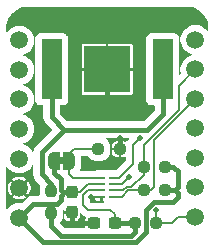
<source format=gbl>
%TF.GenerationSoftware,KiCad,Pcbnew,9.0.7-9.0.7~ubuntu24.04.1*%
%TF.CreationDate,2026-01-03T22:14:33+01:00*%
%TF.ProjectId,rtc_xiao_esp32s3,7274635f-7869-4616-9f5f-657370333273,1.0*%
%TF.SameCoordinates,Original*%
%TF.FileFunction,Copper,L4,Bot*%
%TF.FilePolarity,Positive*%
%FSLAX46Y46*%
G04 Gerber Fmt 4.6, Leading zero omitted, Abs format (unit mm)*
G04 Created by KiCad (PCBNEW 9.0.7-9.0.7~ubuntu24.04.1) date 2026-01-03 22:14:33*
%MOMM*%
%LPD*%
G01*
G04 APERTURE LIST*
G04 Aperture macros list*
%AMRoundRect*
0 Rectangle with rounded corners*
0 $1 Rounding radius*
0 $2 $3 $4 $5 $6 $7 $8 $9 X,Y pos of 4 corners*
0 Add a 4 corners polygon primitive as box body*
4,1,4,$2,$3,$4,$5,$6,$7,$8,$9,$2,$3,0*
0 Add four circle primitives for the rounded corners*
1,1,$1+$1,$2,$3*
1,1,$1+$1,$4,$5*
1,1,$1+$1,$6,$7*
1,1,$1+$1,$8,$9*
0 Add four rect primitives between the rounded corners*
20,1,$1+$1,$2,$3,$4,$5,0*
20,1,$1+$1,$4,$5,$6,$7,0*
20,1,$1+$1,$6,$7,$8,$9,0*
20,1,$1+$1,$8,$9,$2,$3,0*%
%AMFreePoly0*
4,1,23,0.500000,-0.750000,0.000000,-0.750000,0.000000,-0.745722,-0.065263,-0.745722,-0.191342,-0.711940,-0.304381,-0.646677,-0.396677,-0.554381,-0.461940,-0.441342,-0.495722,-0.315263,-0.495722,-0.250000,-0.500000,-0.250000,-0.500000,0.250000,-0.495722,0.250000,-0.495722,0.315263,-0.461940,0.441342,-0.396677,0.554381,-0.304381,0.646677,-0.191342,0.711940,-0.065263,0.745722,0.000000,0.745722,
0.000000,0.750000,0.500000,0.750000,0.500000,-0.750000,0.500000,-0.750000,$1*%
%AMFreePoly1*
4,1,23,0.000000,0.745722,0.065263,0.745722,0.191342,0.711940,0.304381,0.646677,0.396677,0.554381,0.461940,0.441342,0.495722,0.315263,0.495722,0.250000,0.500000,0.250000,0.500000,-0.250000,0.495722,-0.250000,0.495722,-0.315263,0.461940,-0.441342,0.396677,-0.554381,0.304381,-0.646677,0.191342,-0.711940,0.065263,-0.745722,0.000000,-0.745722,0.000000,-0.750000,-0.500000,-0.750000,
-0.500000,0.750000,0.000000,0.750000,0.000000,0.745722,0.000000,0.745722,$1*%
G04 Aperture macros list end*
%TA.AperFunction,EtchedComponent*%
%ADD10C,0.000000*%
%TD*%
%TA.AperFunction,SMDPad,CuDef*%
%ADD11R,0.700000X0.270000*%
%TD*%
%TA.AperFunction,SMDPad,CuDef*%
%ADD12R,3.960000X3.960000*%
%TD*%
%TA.AperFunction,SMDPad,CuDef*%
%ADD13R,1.780000X5.080000*%
%TD*%
%TA.AperFunction,ComponentPad*%
%ADD14C,1.500000*%
%TD*%
%TA.AperFunction,SMDPad,CuDef*%
%ADD15RoundRect,0.237500X0.250000X0.237500X-0.250000X0.237500X-0.250000X-0.237500X0.250000X-0.237500X0*%
%TD*%
%TA.AperFunction,SMDPad,CuDef*%
%ADD16RoundRect,0.237500X-0.300000X-0.237500X0.300000X-0.237500X0.300000X0.237500X-0.300000X0.237500X0*%
%TD*%
%TA.AperFunction,SMDPad,CuDef*%
%ADD17RoundRect,0.237500X0.237500X-0.250000X0.237500X0.250000X-0.237500X0.250000X-0.237500X-0.250000X0*%
%TD*%
%TA.AperFunction,SMDPad,CuDef*%
%ADD18FreePoly0,180.000000*%
%TD*%
%TA.AperFunction,SMDPad,CuDef*%
%ADD19FreePoly1,180.000000*%
%TD*%
%TA.AperFunction,SMDPad,CuDef*%
%ADD20RoundRect,0.237500X-0.250000X-0.237500X0.250000X-0.237500X0.250000X0.237500X-0.250000X0.237500X0*%
%TD*%
%TA.AperFunction,SMDPad,CuDef*%
%ADD21RoundRect,0.237500X0.237500X-0.300000X0.237500X0.300000X-0.237500X0.300000X-0.237500X-0.300000X0*%
%TD*%
%TA.AperFunction,ViaPad*%
%ADD22C,0.500000*%
%TD*%
%TA.AperFunction,Conductor*%
%ADD23C,0.400000*%
%TD*%
%TA.AperFunction,Conductor*%
%ADD24C,0.200000*%
%TD*%
G04 APERTURE END LIST*
D10*
%TA.AperFunction,EtchedComponent*%
%TO.C,JP1*%
G36*
X121150000Y-108550000D02*
G01*
X120650000Y-108550000D01*
X120650000Y-107950000D01*
X121150000Y-107950000D01*
X121150000Y-108550000D01*
G37*
%TD.AperFunction*%
%TD*%
D11*
%TO.P,U1,8,EVI*%
%TO.N,/EVI*%
X124250000Y-109670000D03*
%TO.P,U1,7,VDD*%
%TO.N,+5V*%
X124250000Y-110210000D03*
%TO.P,U1,6,VBACKUP*%
%TO.N,/VBACKUP*%
X124250000Y-110750000D03*
%TO.P,U1,5,VSS*%
%TO.N,GND*%
X124250000Y-111290000D03*
%TO.P,U1,4,SDA*%
%TO.N,SDA*%
X125250000Y-111290000D03*
%TO.P,U1,3,SCL*%
%TO.N,SCL*%
X125250000Y-110750000D03*
%TO.P,U1,2,~{INT}*%
%TO.N,NINT*%
X125250000Y-110210000D03*
%TO.P,U1,1,CLKOUT*%
%TO.N,CLKOUT*%
X125250000Y-109670000D03*
%TD*%
D12*
%TO.P,BT1,2,-*%
%TO.N,GND*%
X124750000Y-100500000D03*
D13*
%TO.P,BT1,1,+*%
%TO.N,/batt_to_r*%
X120050000Y-100500000D03*
X129450000Y-100500000D03*
%TD*%
D14*
%TO.P,J6,1,Pin_1*%
%TO.N,NINT*%
X132200000Y-113000000D03*
%TD*%
%TO.P,J2,1,Pin_1*%
%TO.N,N/C*%
X117300000Y-108050000D03*
%TD*%
%TO.P,J2,1,Pin_1*%
%TO.N,N/C*%
X132200000Y-110500000D03*
%TD*%
D15*
%TO.P,R3,1*%
%TO.N,+5V*%
X129662500Y-108750000D03*
%TO.P,R3,2*%
%TO.N,SCL*%
X127837500Y-108750000D03*
%TD*%
D14*
%TO.P,J2,1,Pin_1*%
%TO.N,N/C*%
X117300000Y-105550000D03*
%TD*%
D16*
%TO.P,C2,1*%
%TO.N,GND*%
X123637500Y-113500000D03*
%TO.P,C2,2*%
%TO.N,/VBACKUP*%
X125362500Y-113500000D03*
%TD*%
D15*
%TO.P,R2,1*%
%TO.N,+5V*%
X129662500Y-110750000D03*
%TO.P,R2,2*%
%TO.N,SDA*%
X127837500Y-110750000D03*
%TD*%
D14*
%TO.P,J3,1,Pin_1*%
%TO.N,SCL*%
X132200000Y-100500000D03*
%TD*%
%TO.P,J2,1,Pin_1*%
%TO.N,N/C*%
X132200000Y-98000000D03*
%TD*%
D17*
%TO.P,R5,1*%
%TO.N,/VBACKUP*%
X120000000Y-112662500D03*
%TO.P,R5,2*%
%TO.N,/batt_to_r*%
X120000000Y-110837500D03*
%TD*%
D14*
%TO.P,J2,1,Pin_1*%
%TO.N,GND*%
X117300000Y-110550000D03*
%TD*%
%TO.P,J2,1,Pin_1*%
%TO.N,N/C*%
X117300000Y-103050000D03*
%TD*%
D18*
%TO.P,JP1,1,A*%
%TO.N,/EVI*%
X121550000Y-108250000D03*
D19*
%TO.P,JP1,2,B*%
%TO.N,+5V*%
X120250000Y-108250000D03*
%TD*%
D20*
%TO.P,R1,1*%
%TO.N,/EVI*%
X124000000Y-107250000D03*
%TO.P,R1,2*%
%TO.N,GND*%
X125825000Y-107250000D03*
%TD*%
D14*
%TO.P,J2,1,Pin_1*%
%TO.N,N/C*%
X117300000Y-100550000D03*
%TD*%
%TO.P,J2,1,Pin_1*%
%TO.N,N/C*%
X132200000Y-108000000D03*
%TD*%
%TO.P,J1,1,Pin_1*%
%TO.N,+5V*%
X117300000Y-113050000D03*
%TD*%
D21*
%TO.P,C1,1*%
%TO.N,GND*%
X121750000Y-112612500D03*
%TO.P,C1,2*%
%TO.N,+5V*%
X121750000Y-110887500D03*
%TD*%
D14*
%TO.P,J2,1,Pin_1*%
%TO.N,N/C*%
X117300000Y-98050000D03*
%TD*%
%TO.P,J5,1,Pin_1*%
%TO.N,CLKOUT*%
X132200000Y-105500000D03*
%TD*%
D20*
%TO.P,R4,1*%
%TO.N,/VBACKUP*%
X127087500Y-113500000D03*
%TO.P,R4,2*%
%TO.N,NINT*%
X128912500Y-113500000D03*
%TD*%
D14*
%TO.P,J4,1,Pin_1*%
%TO.N,SDA*%
X132200000Y-103000000D03*
%TD*%
D22*
%TO.N,GND*%
X123360000Y-111290000D03*
X124750000Y-103050000D03*
X121750000Y-113700000D03*
X125825000Y-106275000D03*
X122600000Y-113500000D03*
%TO.N,CLKOUT*%
X127500000Y-106300000D03*
%TO.N,NINT*%
X126600000Y-109600000D03*
X128900000Y-112400000D03*
%TD*%
D23*
%TO.N,GND*%
X125825000Y-106275000D02*
X125825000Y-107250000D01*
X121750000Y-112612500D02*
X121750000Y-113700000D01*
X124750000Y-100500000D02*
X124750000Y-103050000D01*
D24*
X123360000Y-111290000D02*
X124250000Y-111290000D01*
D23*
X123637500Y-113500000D02*
X122600000Y-113500000D01*
%TO.N,/batt_to_r*%
X119200000Y-107500000D02*
X121100000Y-105600000D01*
X120000000Y-110837500D02*
X120000000Y-110200000D01*
X120050000Y-104550000D02*
X120050000Y-100500000D01*
X121100000Y-105600000D02*
X128150000Y-105600000D01*
X128150000Y-105600000D02*
X129450000Y-104300000D01*
X129450000Y-104300000D02*
X129450000Y-100500000D01*
X120000000Y-110200000D02*
X119200000Y-109400000D01*
X119200000Y-109400000D02*
X119200000Y-107500000D01*
X121100000Y-105600000D02*
X120050000Y-104550000D01*
D24*
%TO.N,+5V*%
X122462500Y-110887500D02*
X121750000Y-110887500D01*
D23*
X127209000Y-115091000D02*
X128000000Y-114300000D01*
X130700000Y-111000000D02*
X130450000Y-110750000D01*
X120516000Y-111884000D02*
X120800000Y-111600000D01*
X128000000Y-114300000D02*
X128000000Y-112444400D01*
X129662500Y-108750000D02*
X130350000Y-108750000D01*
X118466000Y-111884000D02*
X120516000Y-111884000D01*
X117300000Y-113050000D02*
X118466000Y-111884000D01*
X120800000Y-111600000D02*
X120800000Y-111200000D01*
X130450000Y-110750000D02*
X129662500Y-110750000D01*
X130300000Y-111700000D02*
X130700000Y-111300000D01*
X120800000Y-111200000D02*
X121112500Y-110887500D01*
X130350000Y-108750000D02*
X130700000Y-109100000D01*
D24*
X124250000Y-110210000D02*
X123140000Y-110210000D01*
D23*
X121750000Y-110887500D02*
X120987500Y-110887500D01*
X120800000Y-109800000D02*
X120250000Y-109250000D01*
X130700000Y-110500000D02*
X130450000Y-110750000D01*
X120250000Y-109250000D02*
X120250000Y-108250000D01*
X130700000Y-109100000D02*
X130700000Y-110500000D01*
X128744400Y-111700000D02*
X130300000Y-111700000D01*
X120987500Y-110887500D02*
X120800000Y-110700000D01*
X117300000Y-113050000D02*
X119341000Y-115091000D01*
X120800000Y-110700000D02*
X120800000Y-109800000D01*
D24*
X123140000Y-110210000D02*
X122462500Y-110887500D01*
D23*
X130700000Y-111300000D02*
X130700000Y-111000000D01*
X119341000Y-115091000D02*
X127209000Y-115091000D01*
X121112500Y-110887500D02*
X121750000Y-110887500D01*
X128000000Y-112444400D02*
X128744400Y-111700000D01*
D24*
%TO.N,/VBACKUP*%
X122700000Y-112000000D02*
X123100000Y-112400000D01*
X123100000Y-110750000D02*
X122700000Y-111150000D01*
D23*
X127087500Y-114312500D02*
X126800000Y-114600000D01*
D24*
X125362500Y-112762500D02*
X125362500Y-113500000D01*
X122700000Y-111150000D02*
X122700000Y-112000000D01*
D23*
X120000000Y-113800000D02*
X120000000Y-112662500D01*
X126800000Y-114600000D02*
X120800000Y-114600000D01*
X120800000Y-114600000D02*
X120000000Y-113800000D01*
X127087500Y-113500000D02*
X125362500Y-113500000D01*
X127087500Y-113500000D02*
X127087500Y-114312500D01*
D24*
X123100000Y-112400000D02*
X125000000Y-112400000D01*
X124250000Y-110750000D02*
X123100000Y-110750000D01*
X125000000Y-112400000D02*
X125362500Y-112762500D01*
%TO.N,SCL*%
X130800000Y-103952958D02*
X130800000Y-101900000D01*
X126379464Y-110459000D02*
X126791000Y-110459000D01*
X127837500Y-108750000D02*
X127837500Y-106915458D01*
X127837500Y-106915458D02*
X130800000Y-103952958D01*
X125250000Y-110750000D02*
X126088464Y-110750000D01*
X126088464Y-110750000D02*
X126379464Y-110459000D01*
X126791000Y-110459000D02*
X127837500Y-109412500D01*
X127837500Y-109412500D02*
X127837500Y-108750000D01*
X130800000Y-101900000D02*
X132200000Y-100500000D01*
%TO.N,SDA*%
X125250000Y-111290000D02*
X125960000Y-111290000D01*
X128700000Y-110500000D02*
X128700000Y-106500000D01*
X126500000Y-110750000D02*
X127837500Y-110750000D01*
X125960000Y-111290000D02*
X126500000Y-110750000D01*
X128700000Y-106500000D02*
X132200000Y-103000000D01*
X127837500Y-110750000D02*
X128450000Y-110750000D01*
X128450000Y-110750000D02*
X128700000Y-110500000D01*
%TO.N,CLKOUT*%
X126900000Y-107600000D02*
X126900000Y-106900000D01*
X126900000Y-106900000D02*
X127500000Y-106300000D01*
X126300000Y-109100000D02*
X126900000Y-108500000D01*
X126900000Y-108500000D02*
X126900000Y-107600000D01*
X125250000Y-109670000D02*
X125730000Y-109670000D01*
X125730000Y-109670000D02*
X126300000Y-109100000D01*
%TO.N,NINT*%
X125250000Y-110210000D02*
X125990000Y-110210000D01*
X128900000Y-112400000D02*
X128900000Y-113487500D01*
X128912500Y-113500000D02*
X130200000Y-113500000D01*
X125990000Y-110210000D02*
X126600000Y-109600000D01*
X130700000Y-113000000D02*
X132200000Y-113000000D01*
X128900000Y-113487500D02*
X128912500Y-113500000D01*
X130200000Y-113500000D02*
X130700000Y-113000000D01*
%TO.N,/EVI*%
X121550000Y-109350000D02*
X121550000Y-108250000D01*
X121870000Y-109670000D02*
X121550000Y-109350000D01*
X124250000Y-109670000D02*
X121870000Y-109670000D01*
X121550000Y-107650000D02*
X121950000Y-107250000D01*
X121550000Y-108250000D02*
X121550000Y-107650000D01*
X124000000Y-107250000D02*
X121950000Y-107250000D01*
%TD*%
%TA.AperFunction,Conductor*%
%TO.N,GND*%
G36*
X121060660Y-112399315D02*
G01*
X121075000Y-112433952D01*
X121075000Y-112512500D01*
X121701000Y-112512500D01*
X121735648Y-112526852D01*
X121750000Y-112561500D01*
X121750000Y-112612500D01*
X121801000Y-112612500D01*
X121835648Y-112626852D01*
X121850000Y-112661500D01*
X121850000Y-113350000D01*
X122040194Y-113350000D01*
X122040216Y-113349998D01*
X122069748Y-113347229D01*
X122069757Y-113347228D01*
X122194241Y-113303668D01*
X122300354Y-113225354D01*
X122378668Y-113119241D01*
X122422228Y-112994757D01*
X122422229Y-112994748D01*
X122424998Y-112965216D01*
X122425000Y-112965194D01*
X122425000Y-112692531D01*
X122439352Y-112657883D01*
X122474000Y-112643531D01*
X122508648Y-112657883D01*
X122617764Y-112766999D01*
X122617769Y-112767005D01*
X122619480Y-112768716D01*
X122731284Y-112880520D01*
X122731287Y-112880521D01*
X122731290Y-112880524D01*
X122784417Y-112911196D01*
X122868216Y-112959577D01*
X122868220Y-112959578D01*
X122923278Y-112974331D01*
X122953031Y-112997161D01*
X122957926Y-113034343D01*
X122950024Y-113050754D01*
X122946330Y-113055760D01*
X122946327Y-113055765D01*
X122902772Y-113180239D01*
X122902770Y-113180251D01*
X122900001Y-113209783D01*
X122900000Y-113209805D01*
X122900000Y-113400000D01*
X123588500Y-113400000D01*
X123623148Y-113414352D01*
X123637500Y-113449000D01*
X123637500Y-113551000D01*
X123623148Y-113585648D01*
X123588500Y-113600000D01*
X122900000Y-113600000D01*
X122900000Y-113790194D01*
X122900001Y-113790216D01*
X122902770Y-113819748D01*
X122902772Y-113819760D01*
X122907866Y-113834317D01*
X122905763Y-113871761D01*
X122877799Y-113896750D01*
X122861616Y-113899500D01*
X121110453Y-113899500D01*
X121075805Y-113885148D01*
X120726821Y-113536164D01*
X120712469Y-113501516D01*
X120726820Y-113466869D01*
X120820340Y-113373350D01*
X120910908Y-113226516D01*
X120965174Y-113062753D01*
X120975141Y-112965194D01*
X121075000Y-112965194D01*
X121075001Y-112965216D01*
X121077770Y-112994748D01*
X121077771Y-112994757D01*
X121121331Y-113119241D01*
X121121330Y-113119241D01*
X121199645Y-113225354D01*
X121305758Y-113303668D01*
X121430242Y-113347228D01*
X121430251Y-113347229D01*
X121459783Y-113349998D01*
X121459806Y-113350000D01*
X121650000Y-113350000D01*
X121650000Y-112712500D01*
X121075000Y-112712500D01*
X121075000Y-112965194D01*
X120975141Y-112965194D01*
X120975500Y-112961677D01*
X120975499Y-112435451D01*
X120982540Y-112418451D01*
X120989321Y-112401342D01*
X120989695Y-112401180D01*
X120989850Y-112400805D01*
X120991364Y-112399291D01*
X121026016Y-112384952D01*
X121060660Y-112399315D01*
G37*
%TD.AperFunction*%
%TA.AperFunction,Conductor*%
G36*
X118472745Y-108610752D02*
G01*
X118497102Y-108639269D01*
X118499500Y-108654411D01*
X118499500Y-109468997D01*
X118525559Y-109600000D01*
X118526420Y-109604328D01*
X118579225Y-109731811D01*
X118610331Y-109778364D01*
X118655885Y-109846542D01*
X119066160Y-110256817D01*
X119080512Y-110291465D01*
X119078025Y-110306877D01*
X119034826Y-110437247D01*
X119024500Y-110538320D01*
X119024501Y-111134500D01*
X119010149Y-111169148D01*
X118975501Y-111183500D01*
X118397002Y-111183500D01*
X118261679Y-111210418D01*
X118261670Y-111210420D01*
X118134192Y-111263223D01*
X118019456Y-111339885D01*
X117555425Y-111803916D01*
X117520777Y-111818268D01*
X117513112Y-111817665D01*
X117398417Y-111799500D01*
X117201583Y-111799500D01*
X117173701Y-111803916D01*
X117007176Y-111830290D01*
X117007173Y-111830291D01*
X116819973Y-111891116D01*
X116644600Y-111980472D01*
X116485347Y-112096177D01*
X116346177Y-112235347D01*
X116346172Y-112235354D01*
X116312298Y-112281978D01*
X116289142Y-112313849D01*
X116257165Y-112333444D01*
X116220698Y-112324689D01*
X116201103Y-112292712D01*
X116200500Y-112285047D01*
X116200500Y-110456427D01*
X116350000Y-110456427D01*
X116350000Y-110643572D01*
X116386505Y-110827093D01*
X116386510Y-110827112D01*
X116458119Y-110999990D01*
X116558441Y-111150135D01*
X116558442Y-111150135D01*
X116992018Y-110716559D01*
X117019930Y-110764905D01*
X117085095Y-110830070D01*
X117133439Y-110857981D01*
X116699863Y-111291556D01*
X116699863Y-111291557D01*
X116850009Y-111391880D01*
X117022887Y-111463489D01*
X117022906Y-111463494D01*
X117206427Y-111499999D01*
X117206434Y-111500000D01*
X117393566Y-111500000D01*
X117393572Y-111499999D01*
X117577093Y-111463494D01*
X117577112Y-111463489D01*
X117749990Y-111391880D01*
X117900136Y-111291556D01*
X117466560Y-110857981D01*
X117514905Y-110830070D01*
X117580070Y-110764905D01*
X117607981Y-110716560D01*
X118041556Y-111150136D01*
X118141880Y-110999990D01*
X118213489Y-110827112D01*
X118213494Y-110827093D01*
X118249999Y-110643572D01*
X118250000Y-110643565D01*
X118250000Y-110456434D01*
X118249999Y-110456427D01*
X118213494Y-110272906D01*
X118213489Y-110272887D01*
X118141880Y-110100009D01*
X118041557Y-109949863D01*
X118041556Y-109949863D01*
X117607981Y-110383438D01*
X117580070Y-110335095D01*
X117514905Y-110269930D01*
X117466559Y-110242017D01*
X117900135Y-109808442D01*
X117900135Y-109808441D01*
X117749990Y-109708119D01*
X117577112Y-109636510D01*
X117577093Y-109636505D01*
X117393572Y-109600000D01*
X117206427Y-109600000D01*
X117022906Y-109636505D01*
X117022887Y-109636510D01*
X116850005Y-109708120D01*
X116699863Y-109808441D01*
X116699863Y-109808442D01*
X117133439Y-110242018D01*
X117085095Y-110269930D01*
X117019930Y-110335095D01*
X116992018Y-110383439D01*
X116558442Y-109949863D01*
X116558441Y-109949863D01*
X116458120Y-110100005D01*
X116386510Y-110272887D01*
X116386505Y-110272906D01*
X116350000Y-110456427D01*
X116200500Y-110456427D01*
X116200500Y-108814952D01*
X116214852Y-108780304D01*
X116249500Y-108765952D01*
X116284148Y-108780304D01*
X116289135Y-108786142D01*
X116346172Y-108864646D01*
X116346174Y-108864648D01*
X116346177Y-108864652D01*
X116485347Y-109003822D01*
X116485350Y-109003824D01*
X116485354Y-109003828D01*
X116644595Y-109119524D01*
X116644597Y-109119525D01*
X116644600Y-109119527D01*
X116809208Y-109203398D01*
X116819975Y-109208884D01*
X117007174Y-109269709D01*
X117201583Y-109300500D01*
X117201584Y-109300500D01*
X117398416Y-109300500D01*
X117398417Y-109300500D01*
X117592826Y-109269709D01*
X117780025Y-109208884D01*
X117955405Y-109119524D01*
X118114646Y-109003828D01*
X118253828Y-108864646D01*
X118369524Y-108705405D01*
X118406841Y-108632166D01*
X118435358Y-108607809D01*
X118472745Y-108610752D01*
G37*
%TD.AperFunction*%
%TA.AperFunction,Conductor*%
G36*
X123685648Y-111364852D02*
G01*
X123700000Y-111399500D01*
X123700000Y-111444694D01*
X123711604Y-111503036D01*
X123755807Y-111569192D01*
X123821963Y-111613395D01*
X123880305Y-111625000D01*
X124150000Y-111625000D01*
X124150000Y-111434499D01*
X124164352Y-111399851D01*
X124198999Y-111385499D01*
X124301000Y-111385499D01*
X124335648Y-111399851D01*
X124350000Y-111434499D01*
X124350000Y-111625000D01*
X124406394Y-111625000D01*
X124441042Y-111639352D01*
X124447198Y-111646871D01*
X124450329Y-111651581D01*
X124456204Y-111667331D01*
X124497301Y-111722229D01*
X124498060Y-111723371D01*
X124501431Y-111740526D01*
X124505757Y-111757473D01*
X124505009Y-111758732D01*
X124505292Y-111760170D01*
X124495545Y-111774684D01*
X124486621Y-111789726D01*
X124485106Y-111790230D01*
X124484385Y-111791304D01*
X124478268Y-111792506D01*
X124457256Y-111799500D01*
X123369031Y-111799500D01*
X123334383Y-111785148D01*
X123314852Y-111765617D01*
X123300500Y-111730969D01*
X123300500Y-111419031D01*
X123314852Y-111384383D01*
X123334383Y-111364852D01*
X123369031Y-111350500D01*
X123651000Y-111350500D01*
X123685648Y-111364852D01*
G37*
%TD.AperFunction*%
%TA.AperFunction,Conductor*%
G36*
X126566616Y-106314852D02*
G01*
X126580968Y-106349500D01*
X126566616Y-106384148D01*
X126419481Y-106531283D01*
X126419480Y-106531283D01*
X126375115Y-106608127D01*
X126375113Y-106608130D01*
X126369283Y-106618226D01*
X126339528Y-106641054D01*
X126302347Y-106636156D01*
X126297754Y-106633149D01*
X126281741Y-106621331D01*
X126281737Y-106621329D01*
X126157257Y-106577771D01*
X126157248Y-106577770D01*
X126127716Y-106575001D01*
X126127694Y-106575000D01*
X125925000Y-106575000D01*
X125925000Y-107925000D01*
X126127694Y-107925000D01*
X126127716Y-107924998D01*
X126157248Y-107922229D01*
X126157257Y-107922228D01*
X126234316Y-107895263D01*
X126271760Y-107897365D01*
X126296750Y-107925329D01*
X126299500Y-107941513D01*
X126299500Y-108230968D01*
X126285148Y-108265616D01*
X125931284Y-108619480D01*
X125530615Y-109020148D01*
X125495967Y-109034500D01*
X124852120Y-109034500D01*
X124792518Y-109040908D01*
X124792515Y-109040908D01*
X124767121Y-109050379D01*
X124732879Y-109050379D01*
X124707483Y-109040908D01*
X124647879Y-109034500D01*
X123852120Y-109034500D01*
X123792520Y-109040908D01*
X123792517Y-109040908D01*
X123792517Y-109040909D01*
X123754340Y-109055148D01*
X123724142Y-109066411D01*
X123707019Y-109069500D01*
X122467120Y-109069500D01*
X122432472Y-109055148D01*
X122418120Y-109020500D01*
X122424685Y-108996000D01*
X122449033Y-108953828D01*
X122453701Y-108945743D01*
X122504200Y-108823829D01*
X122538275Y-108696662D01*
X122555500Y-108565826D01*
X122555500Y-107934174D01*
X122551777Y-107905895D01*
X122561484Y-107869670D01*
X122593963Y-107850919D01*
X122600358Y-107850500D01*
X123079458Y-107850500D01*
X123114106Y-107864852D01*
X123121163Y-107873777D01*
X123167156Y-107948346D01*
X123167159Y-107948349D01*
X123167160Y-107948350D01*
X123289150Y-108070340D01*
X123435984Y-108160908D01*
X123599747Y-108215174D01*
X123700823Y-108225500D01*
X124299176Y-108225499D01*
X124299178Y-108225499D01*
X124339606Y-108221369D01*
X124400253Y-108215174D01*
X124564016Y-108160908D01*
X124710850Y-108070340D01*
X124832840Y-107948350D01*
X124923408Y-107801516D01*
X124977674Y-107637753D01*
X124984621Y-107569748D01*
X124987641Y-107540194D01*
X125137500Y-107540194D01*
X125137501Y-107540216D01*
X125140270Y-107569748D01*
X125140271Y-107569757D01*
X125183831Y-107694241D01*
X125183830Y-107694241D01*
X125262145Y-107800354D01*
X125368258Y-107878668D01*
X125492742Y-107922228D01*
X125492751Y-107922229D01*
X125522283Y-107924998D01*
X125522306Y-107925000D01*
X125725000Y-107925000D01*
X125725000Y-107350000D01*
X125137500Y-107350000D01*
X125137500Y-107540194D01*
X124987641Y-107540194D01*
X124988000Y-107536679D01*
X124988000Y-107329704D01*
X124987999Y-106963325D01*
X124987999Y-106963324D01*
X124987640Y-106959805D01*
X125137500Y-106959805D01*
X125137500Y-107150000D01*
X125725000Y-107150000D01*
X125725000Y-106575000D01*
X125522306Y-106575000D01*
X125522283Y-106575001D01*
X125492751Y-106577770D01*
X125492742Y-106577771D01*
X125368258Y-106621331D01*
X125262145Y-106699645D01*
X125183831Y-106805758D01*
X125140271Y-106930242D01*
X125140270Y-106930251D01*
X125137501Y-106959783D01*
X125137500Y-106959805D01*
X124987640Y-106959805D01*
X124977674Y-106862247D01*
X124923408Y-106698484D01*
X124832840Y-106551650D01*
X124710850Y-106429660D01*
X124710849Y-106429659D01*
X124648505Y-106391205D01*
X124626550Y-106360800D01*
X124632524Y-106323776D01*
X124662929Y-106301821D01*
X124674229Y-106300500D01*
X126531968Y-106300500D01*
X126566616Y-106314852D01*
G37*
%TD.AperFunction*%
%TA.AperFunction,Conductor*%
G36*
X131501601Y-95200604D02*
G01*
X131731683Y-95215685D01*
X131738017Y-95216518D01*
X131962609Y-95261192D01*
X131968769Y-95262842D01*
X132185605Y-95336449D01*
X132191517Y-95338898D01*
X132396878Y-95440171D01*
X132402413Y-95443366D01*
X132581014Y-95562704D01*
X132592796Y-95570577D01*
X132597881Y-95574479D01*
X132770024Y-95725443D01*
X132774556Y-95729975D01*
X132925520Y-95902118D01*
X132929422Y-95907203D01*
X133056628Y-96097578D01*
X133059833Y-96103129D01*
X133161099Y-96308478D01*
X133163552Y-96314399D01*
X133237154Y-96531221D01*
X133238809Y-96537400D01*
X133283478Y-96761964D01*
X133284314Y-96768318D01*
X133299395Y-96998398D01*
X133299500Y-97001603D01*
X133299500Y-97235047D01*
X133285148Y-97269695D01*
X133250500Y-97284047D01*
X133215852Y-97269695D01*
X133210858Y-97263849D01*
X133189932Y-97235047D01*
X133153828Y-97185354D01*
X133153824Y-97185350D01*
X133153822Y-97185347D01*
X133014652Y-97046177D01*
X133014653Y-97046177D01*
X132948891Y-96998398D01*
X132855405Y-96930476D01*
X132855403Y-96930475D01*
X132855399Y-96930472D01*
X132680026Y-96841116D01*
X132492826Y-96780291D01*
X132492823Y-96780290D01*
X132343482Y-96756637D01*
X132298417Y-96749500D01*
X132101583Y-96749500D01*
X132064998Y-96755294D01*
X131907176Y-96780290D01*
X131907173Y-96780291D01*
X131719973Y-96841116D01*
X131544600Y-96930472D01*
X131385347Y-97046177D01*
X131246177Y-97185347D01*
X131130472Y-97344600D01*
X131041116Y-97519973D01*
X130980291Y-97707173D01*
X130980290Y-97707176D01*
X130949500Y-97901583D01*
X130949500Y-98098416D01*
X130980290Y-98292823D01*
X130980291Y-98292826D01*
X131041116Y-98480026D01*
X131130472Y-98655399D01*
X131130475Y-98655403D01*
X131130476Y-98655405D01*
X131246172Y-98814646D01*
X131246174Y-98814648D01*
X131246177Y-98814652D01*
X131385347Y-98953822D01*
X131385350Y-98953824D01*
X131385354Y-98953828D01*
X131544595Y-99069524D01*
X131544597Y-99069525D01*
X131544600Y-99069527D01*
X131642726Y-99119524D01*
X131719975Y-99158884D01*
X131835608Y-99196455D01*
X131856974Y-99203398D01*
X131885491Y-99227755D01*
X131888434Y-99265142D01*
X131864077Y-99293659D01*
X131856974Y-99296602D01*
X131719973Y-99341116D01*
X131544600Y-99430472D01*
X131385347Y-99546177D01*
X131246177Y-99685347D01*
X131130472Y-99844600D01*
X131041116Y-100019973D01*
X130980291Y-100207173D01*
X130980290Y-100207176D01*
X130949500Y-100401583D01*
X130949500Y-100598416D01*
X130980290Y-100792823D01*
X130980291Y-100792826D01*
X130990054Y-100822873D01*
X130987111Y-100860260D01*
X130978101Y-100872663D01*
X130924146Y-100926617D01*
X130889499Y-100940969D01*
X130854851Y-100926618D01*
X130840499Y-100891969D01*
X130840499Y-97912120D01*
X130834092Y-97852521D01*
X130834091Y-97852517D01*
X130783796Y-97717669D01*
X130775939Y-97707174D01*
X130766776Y-97694934D01*
X130697546Y-97602454D01*
X130628314Y-97550627D01*
X130582333Y-97516205D01*
X130582331Y-97516204D01*
X130537381Y-97499439D01*
X130447479Y-97465907D01*
X130387879Y-97459500D01*
X128512120Y-97459500D01*
X128452521Y-97465907D01*
X128317666Y-97516205D01*
X128202454Y-97602454D01*
X128116205Y-97717666D01*
X128065907Y-97852520D01*
X128059500Y-97912120D01*
X128059500Y-103087879D01*
X128065907Y-103147478D01*
X128065909Y-103147483D01*
X128116204Y-103282331D01*
X128202454Y-103397546D01*
X128317669Y-103483796D01*
X128452517Y-103534091D01*
X128452520Y-103534092D01*
X128496177Y-103538785D01*
X128512127Y-103540500D01*
X128700500Y-103540499D01*
X128735148Y-103554851D01*
X128749500Y-103589499D01*
X128749500Y-103989547D01*
X128735148Y-104024195D01*
X127874195Y-104885148D01*
X127839547Y-104899500D01*
X121410453Y-104899500D01*
X121375805Y-104885148D01*
X120764852Y-104274195D01*
X120750500Y-104239547D01*
X120750500Y-103589499D01*
X120764852Y-103554851D01*
X120799500Y-103540499D01*
X120987878Y-103540499D01*
X121047478Y-103534092D01*
X121047479Y-103534091D01*
X121047483Y-103534091D01*
X121182331Y-103483796D01*
X121297546Y-103397546D01*
X121383796Y-103282331D01*
X121434091Y-103147483D01*
X121434091Y-103147481D01*
X121434092Y-103147479D01*
X121440499Y-103087879D01*
X121440500Y-103087873D01*
X121440500Y-102499694D01*
X122570000Y-102499694D01*
X122581604Y-102558036D01*
X122625807Y-102624192D01*
X122691963Y-102668395D01*
X122750305Y-102680000D01*
X124650000Y-102680000D01*
X124850000Y-102680000D01*
X126749695Y-102680000D01*
X126808036Y-102668395D01*
X126874192Y-102624192D01*
X126918395Y-102558036D01*
X126930000Y-102499694D01*
X126930000Y-100600000D01*
X124850000Y-100600000D01*
X124850000Y-102680000D01*
X124650000Y-102680000D01*
X124650000Y-100600000D01*
X122570000Y-100600000D01*
X122570000Y-102499694D01*
X121440500Y-102499694D01*
X121440499Y-98500305D01*
X122570000Y-98500305D01*
X122570000Y-100400000D01*
X124650000Y-100400000D01*
X124850000Y-100400000D01*
X126930000Y-100400000D01*
X126930000Y-98500305D01*
X126918395Y-98441963D01*
X126874192Y-98375807D01*
X126808036Y-98331604D01*
X126749695Y-98320000D01*
X124850000Y-98320000D01*
X124850000Y-100400000D01*
X124650000Y-100400000D01*
X124650000Y-98320000D01*
X122750305Y-98320000D01*
X122691963Y-98331604D01*
X122625807Y-98375807D01*
X122581604Y-98441963D01*
X122570000Y-98500305D01*
X121440499Y-98500305D01*
X121440499Y-97912128D01*
X121440499Y-97912127D01*
X121440499Y-97912120D01*
X121434092Y-97852521D01*
X121434091Y-97852517D01*
X121383796Y-97717669D01*
X121375939Y-97707174D01*
X121366776Y-97694934D01*
X121297546Y-97602454D01*
X121228314Y-97550627D01*
X121182333Y-97516205D01*
X121182331Y-97516204D01*
X121137381Y-97499439D01*
X121047479Y-97465907D01*
X120987879Y-97459500D01*
X119112120Y-97459500D01*
X119052521Y-97465907D01*
X118917666Y-97516205D01*
X118802454Y-97602454D01*
X118716205Y-97717666D01*
X118665907Y-97852520D01*
X118659500Y-97912120D01*
X118659500Y-103087879D01*
X118665907Y-103147478D01*
X118665909Y-103147483D01*
X118716204Y-103282331D01*
X118802454Y-103397546D01*
X118917669Y-103483796D01*
X119052517Y-103534091D01*
X119052520Y-103534092D01*
X119096177Y-103538785D01*
X119112127Y-103540500D01*
X119300500Y-103540499D01*
X119335148Y-103554851D01*
X119349500Y-103589499D01*
X119349500Y-104618997D01*
X119376418Y-104754320D01*
X119376420Y-104754329D01*
X119429223Y-104881807D01*
X119429225Y-104881811D01*
X119443668Y-104903426D01*
X119505885Y-104996542D01*
X120074695Y-105565352D01*
X120089047Y-105600000D01*
X120074695Y-105634648D01*
X118655885Y-107053457D01*
X118579223Y-107168192D01*
X118526420Y-107295670D01*
X118526417Y-107295681D01*
X118502533Y-107415752D01*
X118502531Y-107415770D01*
X118502045Y-107418215D01*
X118499500Y-107431007D01*
X118499500Y-107447893D01*
X118499283Y-107450193D01*
X118491507Y-107464883D01*
X118485148Y-107480236D01*
X118482885Y-107481173D01*
X118481739Y-107483339D01*
X118465853Y-107488228D01*
X118450500Y-107494588D01*
X118448236Y-107493650D01*
X118445895Y-107494371D01*
X118431204Y-107486595D01*
X118415852Y-107480236D01*
X118413766Y-107477365D01*
X118412749Y-107476827D01*
X118412288Y-107475332D01*
X118406841Y-107467834D01*
X118380304Y-107415752D01*
X118369524Y-107394595D01*
X118253828Y-107235354D01*
X118253824Y-107235350D01*
X118253822Y-107235347D01*
X118114652Y-107096177D01*
X118114653Y-107096177D01*
X118002890Y-107014976D01*
X117955405Y-106980476D01*
X117955403Y-106980475D01*
X117955399Y-106980472D01*
X117780026Y-106891116D01*
X117691176Y-106862247D01*
X117643024Y-106846601D01*
X117614508Y-106822246D01*
X117611565Y-106784858D01*
X117635921Y-106756341D01*
X117643022Y-106753399D01*
X117780025Y-106708884D01*
X117955405Y-106619524D01*
X118114646Y-106503828D01*
X118253828Y-106364646D01*
X118369524Y-106205405D01*
X118458884Y-106030025D01*
X118519709Y-105842826D01*
X118550500Y-105648417D01*
X118550500Y-105451583D01*
X118519709Y-105257174D01*
X118458884Y-105069975D01*
X118374024Y-104903426D01*
X118369527Y-104894600D01*
X118369525Y-104894597D01*
X118369524Y-104894595D01*
X118253828Y-104735354D01*
X118253824Y-104735350D01*
X118253822Y-104735347D01*
X118114652Y-104596177D01*
X118114653Y-104596177D01*
X117955399Y-104480472D01*
X117780026Y-104391116D01*
X117664046Y-104353432D01*
X117643024Y-104346601D01*
X117614508Y-104322246D01*
X117611565Y-104284858D01*
X117635921Y-104256341D01*
X117643022Y-104253399D01*
X117780025Y-104208884D01*
X117955405Y-104119524D01*
X118114646Y-104003828D01*
X118253828Y-103864646D01*
X118369524Y-103705405D01*
X118458884Y-103530025D01*
X118519709Y-103342826D01*
X118550500Y-103148417D01*
X118550500Y-102951583D01*
X118519709Y-102757174D01*
X118458884Y-102569975D01*
X118369524Y-102394595D01*
X118253828Y-102235354D01*
X118253824Y-102235350D01*
X118253822Y-102235347D01*
X118114652Y-102096177D01*
X118114653Y-102096177D01*
X117955399Y-101980472D01*
X117780026Y-101891116D01*
X117664046Y-101853432D01*
X117643024Y-101846601D01*
X117614508Y-101822246D01*
X117611565Y-101784858D01*
X117635921Y-101756341D01*
X117643022Y-101753399D01*
X117780025Y-101708884D01*
X117955405Y-101619524D01*
X118114646Y-101503828D01*
X118253828Y-101364646D01*
X118369524Y-101205405D01*
X118458884Y-101030025D01*
X118519709Y-100842826D01*
X118550500Y-100648417D01*
X118550500Y-100451583D01*
X118519709Y-100257174D01*
X118458884Y-100069975D01*
X118369524Y-99894595D01*
X118253828Y-99735354D01*
X118253824Y-99735350D01*
X118253822Y-99735347D01*
X118114652Y-99596177D01*
X118114653Y-99596177D01*
X117955399Y-99480472D01*
X117780026Y-99391116D01*
X117703951Y-99366398D01*
X117643024Y-99346601D01*
X117614508Y-99322246D01*
X117611565Y-99284858D01*
X117635921Y-99256341D01*
X117643022Y-99253399D01*
X117780025Y-99208884D01*
X117955405Y-99119524D01*
X118114646Y-99003828D01*
X118253828Y-98864646D01*
X118369524Y-98705405D01*
X118458884Y-98530025D01*
X118519709Y-98342826D01*
X118550500Y-98148417D01*
X118550500Y-97951583D01*
X118519709Y-97757174D01*
X118458884Y-97569975D01*
X118431487Y-97516205D01*
X118369527Y-97394600D01*
X118369525Y-97394597D01*
X118369524Y-97394595D01*
X118253828Y-97235354D01*
X118253824Y-97235350D01*
X118253822Y-97235347D01*
X118114652Y-97096177D01*
X118114653Y-97096177D01*
X118045827Y-97046172D01*
X117955405Y-96980476D01*
X117955403Y-96980475D01*
X117955399Y-96980472D01*
X117780026Y-96891116D01*
X117592826Y-96830291D01*
X117592823Y-96830290D01*
X117443482Y-96806637D01*
X117398417Y-96799500D01*
X117201583Y-96799500D01*
X117164998Y-96805294D01*
X117007176Y-96830290D01*
X117007173Y-96830291D01*
X116819973Y-96891116D01*
X116644600Y-96980472D01*
X116485347Y-97096177D01*
X116346177Y-97235347D01*
X116289142Y-97313849D01*
X116257165Y-97333444D01*
X116220698Y-97324689D01*
X116201103Y-97292712D01*
X116200500Y-97285047D01*
X116200500Y-97001603D01*
X116200605Y-96998398D01*
X116213641Y-96799500D01*
X116215685Y-96768314D01*
X116216518Y-96761984D01*
X116261193Y-96537386D01*
X116262841Y-96531233D01*
X116336451Y-96314389D01*
X116338896Y-96308487D01*
X116440174Y-96103114D01*
X116443362Y-96097593D01*
X116570581Y-95907196D01*
X116574473Y-95902124D01*
X116725451Y-95729966D01*
X116729966Y-95725451D01*
X116902124Y-95574473D01*
X116907196Y-95570581D01*
X117097593Y-95443362D01*
X117103114Y-95440174D01*
X117308487Y-95338896D01*
X117314389Y-95336451D01*
X117531233Y-95262841D01*
X117537386Y-95261193D01*
X117761984Y-95216518D01*
X117768314Y-95215685D01*
X117998398Y-95200604D01*
X118001603Y-95200500D01*
X118039882Y-95200500D01*
X131460118Y-95200500D01*
X131498397Y-95200500D01*
X131501601Y-95200604D01*
G37*
%TD.AperFunction*%
%TD*%
M02*

</source>
